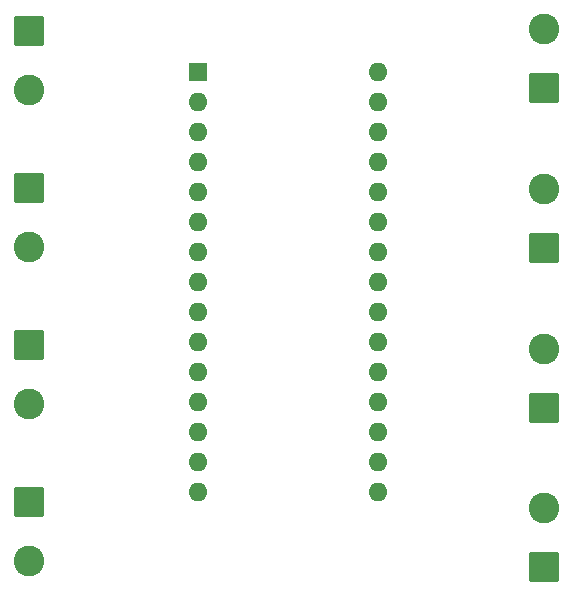
<source format=gbl>
%TF.GenerationSoftware,KiCad,Pcbnew,9.0.0*%
%TF.CreationDate,2025-11-11T15:09:18+01:00*%
%TF.ProjectId,lidar_and_7_camera_trigger_arduino_circuit,6c696461-725f-4616-9e64-5f375f63616d,1.0*%
%TF.SameCoordinates,Original*%
%TF.FileFunction,Copper,L2,Bot*%
%TF.FilePolarity,Positive*%
%FSLAX46Y46*%
G04 Gerber Fmt 4.6, Leading zero omitted, Abs format (unit mm)*
G04 Created by KiCad (PCBNEW 9.0.0) date 2025-11-11 15:09:18*
%MOMM*%
%LPD*%
G01*
G04 APERTURE LIST*
G04 Aperture macros list*
%AMRoundRect*
0 Rectangle with rounded corners*
0 $1 Rounding radius*
0 $2 $3 $4 $5 $6 $7 $8 $9 X,Y pos of 4 corners*
0 Add a 4 corners polygon primitive as box body*
4,1,4,$2,$3,$4,$5,$6,$7,$8,$9,$2,$3,0*
0 Add four circle primitives for the rounded corners*
1,1,$1+$1,$2,$3*
1,1,$1+$1,$4,$5*
1,1,$1+$1,$6,$7*
1,1,$1+$1,$8,$9*
0 Add four rect primitives between the rounded corners*
20,1,$1+$1,$2,$3,$4,$5,0*
20,1,$1+$1,$4,$5,$6,$7,0*
20,1,$1+$1,$6,$7,$8,$9,0*
20,1,$1+$1,$8,$9,$2,$3,0*%
G04 Aperture macros list end*
%TA.AperFunction,ComponentPad*%
%ADD10C,2.600000*%
%TD*%
%TA.AperFunction,ComponentPad*%
%ADD11RoundRect,0.250000X-1.050000X1.050000X-1.050000X-1.050000X1.050000X-1.050000X1.050000X1.050000X0*%
%TD*%
%TA.AperFunction,ComponentPad*%
%ADD12RoundRect,0.250000X1.050000X-1.050000X1.050000X1.050000X-1.050000X1.050000X-1.050000X-1.050000X0*%
%TD*%
%TA.AperFunction,ComponentPad*%
%ADD13R,1.600000X1.600000*%
%TD*%
%TA.AperFunction,ComponentPad*%
%ADD14O,1.600000X1.600000*%
%TD*%
G04 APERTURE END LIST*
D10*
%TO.P,J2,2,Pin_2*%
%TO.N,Net-(A1-D9)*%
X139400000Y-90966667D03*
D11*
%TO.P,J2,1,Pin_1*%
%TO.N,Net-(J1-Pin_1)*%
X139400000Y-85966667D03*
%TD*%
D10*
%TO.P,J4,2,Pin_2*%
%TO.N,Net-(A1-D11)*%
X139400000Y-117566667D03*
D11*
%TO.P,J4,1,Pin_1*%
%TO.N,Net-(J1-Pin_1)*%
X139400000Y-112566667D03*
%TD*%
D10*
%TO.P,J1,2,Pin_2*%
%TO.N,Net-(A1-D2)*%
X139400000Y-77666667D03*
D11*
%TO.P,J1,1,Pin_1*%
%TO.N,Net-(J1-Pin_1)*%
X139400000Y-72666667D03*
%TD*%
D10*
%TO.P,J3,2,Pin_2*%
%TO.N,Net-(A1-D10)*%
X139400000Y-104266667D03*
D11*
%TO.P,J3,1,Pin_1*%
%TO.N,Net-(J1-Pin_1)*%
X139400000Y-99266667D03*
%TD*%
D10*
%TO.P,J6,2,Pin_2*%
%TO.N,Net-(A1-A0)*%
X183000000Y-99600000D03*
D12*
%TO.P,J6,1,Pin_1*%
%TO.N,Net-(J1-Pin_1)*%
X183000000Y-104600000D03*
%TD*%
D10*
%TO.P,J5,2,Pin_2*%
%TO.N,Net-(A1-D12)*%
X183000000Y-113116667D03*
D12*
%TO.P,J5,1,Pin_1*%
%TO.N,Net-(J1-Pin_1)*%
X183000000Y-118116667D03*
%TD*%
D10*
%TO.P,J7,2,Pin_2*%
%TO.N,Net-(A1-A1)*%
X183000000Y-86083334D03*
D12*
%TO.P,J7,1,Pin_1*%
%TO.N,Net-(J1-Pin_1)*%
X183000000Y-91083334D03*
%TD*%
D10*
%TO.P,J8,2,Pin_2*%
%TO.N,Net-(A1-A2)*%
X183000000Y-72566667D03*
D12*
%TO.P,J8,1,Pin_1*%
%TO.N,Net-(J1-Pin_1)*%
X183000000Y-77566667D03*
%TD*%
D13*
%TO.P,A1,1,D1/TX*%
%TO.N,unconnected-(A1-D1{slash}TX-Pad1)*%
X153710000Y-76136667D03*
D14*
%TO.P,A1,2,D0/RX*%
%TO.N,unconnected-(A1-D0{slash}RX-Pad2)*%
X153710000Y-78676667D03*
%TO.P,A1,3,~{RESET}*%
%TO.N,unconnected-(A1-~{RESET}-Pad3)*%
X153710000Y-81216667D03*
%TO.P,A1,4,GND*%
%TO.N,Net-(J1-Pin_1)*%
X153710000Y-83756667D03*
%TO.P,A1,5,D2*%
%TO.N,Net-(A1-D2)*%
X153710000Y-86296667D03*
%TO.P,A1,6,D3*%
X153710000Y-88836667D03*
%TO.P,A1,7,D4*%
X153710000Y-91376667D03*
%TO.P,A1,8,D5*%
X153710000Y-93916667D03*
%TO.P,A1,9,D6*%
X153710000Y-96456667D03*
%TO.P,A1,10,D7*%
X153710000Y-98996667D03*
%TO.P,A1,11,D8*%
X153710000Y-101536667D03*
%TO.P,A1,12,D9*%
%TO.N,Net-(A1-D9)*%
X153710000Y-104076667D03*
%TO.P,A1,13,D10*%
%TO.N,Net-(A1-D10)*%
X153710000Y-106616667D03*
%TO.P,A1,14,D11*%
%TO.N,Net-(A1-D11)*%
X153710000Y-109156667D03*
%TO.P,A1,15,D12*%
%TO.N,Net-(A1-D12)*%
X153710000Y-111696667D03*
%TO.P,A1,16,D13*%
%TO.N,unconnected-(A1-D13-Pad16)*%
X168950000Y-111696667D03*
%TO.P,A1,17,3V3*%
%TO.N,unconnected-(A1-3V3-Pad17)*%
X168950000Y-109156667D03*
%TO.P,A1,18,AREF*%
%TO.N,unconnected-(A1-AREF-Pad18)*%
X168950000Y-106616667D03*
%TO.P,A1,19,A0*%
%TO.N,Net-(A1-A0)*%
X168950000Y-104076667D03*
%TO.P,A1,20,A1*%
%TO.N,Net-(A1-A1)*%
X168950000Y-101536667D03*
%TO.P,A1,21,A2*%
%TO.N,Net-(A1-A2)*%
X168950000Y-98996667D03*
%TO.P,A1,22,A3*%
%TO.N,unconnected-(A1-A3-Pad22)*%
X168950000Y-96456667D03*
%TO.P,A1,23,A4*%
%TO.N,unconnected-(A1-A4-Pad23)*%
X168950000Y-93916667D03*
%TO.P,A1,24,A5*%
%TO.N,unconnected-(A1-A5-Pad24)*%
X168950000Y-91376667D03*
%TO.P,A1,25,A6*%
%TO.N,unconnected-(A1-A6-Pad25)*%
X168950000Y-88836667D03*
%TO.P,A1,26,A7*%
%TO.N,unconnected-(A1-A7-Pad26)*%
X168950000Y-86296667D03*
%TO.P,A1,27,+5V*%
%TO.N,unconnected-(A1-+5V-Pad27)*%
X168950000Y-83756667D03*
%TO.P,A1,28,~{RESET}*%
%TO.N,unconnected-(A1-~{RESET}-Pad28)*%
X168950000Y-81216667D03*
%TO.P,A1,29,GND*%
%TO.N,unconnected-(A1-GND-Pad29)*%
X168950000Y-78676667D03*
%TO.P,A1,30,VIN*%
%TO.N,unconnected-(A1-VIN-Pad30)*%
X168950000Y-76136667D03*
%TD*%
M02*

</source>
